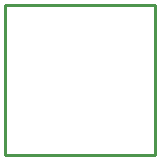
<source format=gbr>
G04 start of page 3 for group 9 layer_idx 6 *
G04 Title: text sizes (scales), global_outline *
G04 Creator: <version>
G04 CreationDate: <date>
G04 For: TEST *
G04 Format: Gerber/RS-274X *
G04 PCB-Dimensions: 50000 50000 *
G04 PCB-Coordinate-Origin: lower left *
%MOIN*%
%FSLAX25Y25*%
%LNGLOBAL_BOUNDARY_UROUTE_9*%
%ADD13C,0.0100*%
G54D13*X0Y50000D02*Y0D01*
Y50000D02*X50000D01*
X0Y0D02*X50000D01*
Y50000D02*Y0D01*
M02*

</source>
